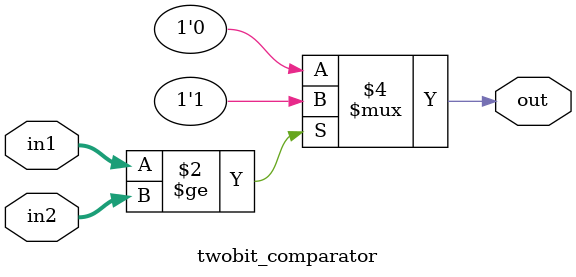
<source format=v>
`timescale 1ns / 1ps

module twobit_comparator(
input [1:0] in1,in2,
output reg out
);

always @ (*)
begin

 if (in1 >= in2)
 begin
  out <= 1; //output of the sensor node in consideration will be high
 end
 
 else
 begin
  out <= 0; // otherwise output of the sensor node will be low
 end     

end
endmodule

</source>
